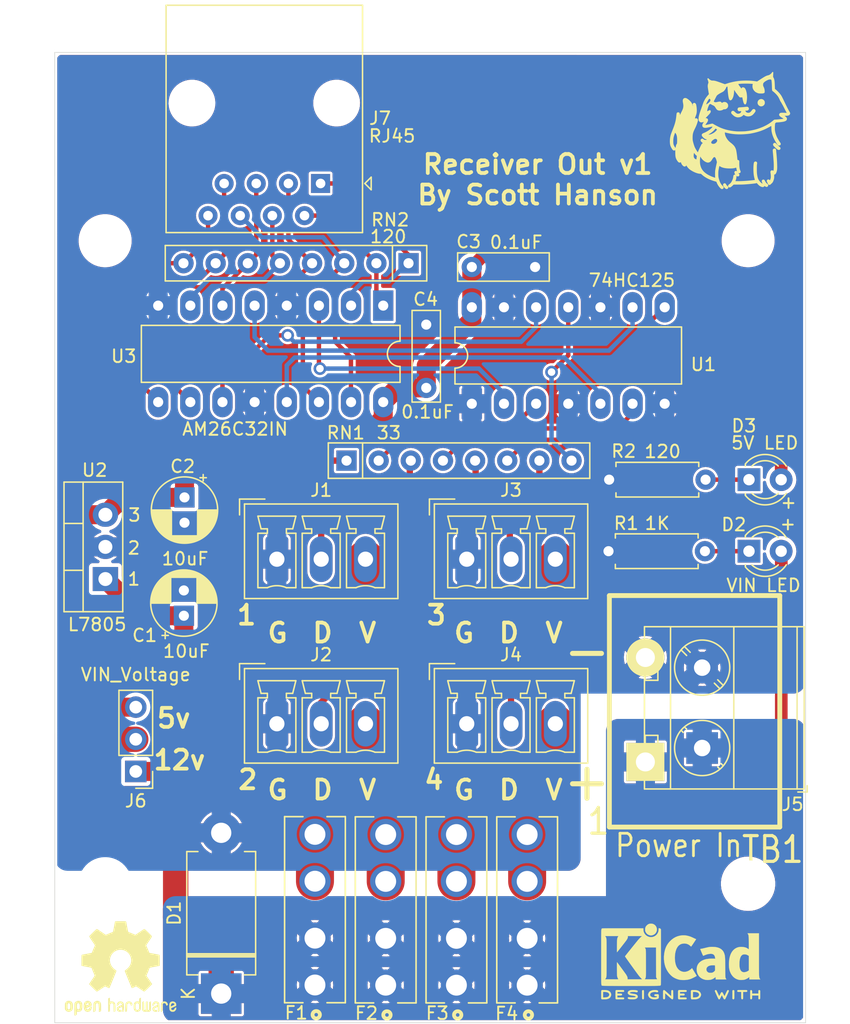
<source format=kicad_pcb>
(kicad_pcb (version 20211014) (generator pcbnew)
  (title_block (title "Receiver Out") (date "2019-12-31") (rev "v1") (company "Scott Hanson"))
  (layers (0 "F.Cu" signal) (31 "B.Cu" signal) (34 "B.Paste" user) (35 "F.Paste" user) (36 "B.SilkS" user "B.Silkscreen") (37 "F.SilkS" user "F.Silkscreen") (38 "B.Mask" user) (39 "F.Mask" user) (44 "Edge.Cuts" user))
  (net 0 "")
  (net 1 "GND")
  (net 2 "+5V")
  (net 3 "Net-(RN1-Pad4)")
  (net 4 "Net-(RN1-Pad2)")
  (net 5 "Net-(RN1-Pad8)")
  (net 6 "Net-(RN1-Pad6)")
  (net 7 "VIN1")
  (net 8 "OUT20")
  (net 9 "OUT19")
  (net 10 "OUT18")
  (net 11 "OUT17")
  (net 12 "Net-(D3-Pad1)")
  (net 13 "Net-(D2-Pad1)")
  (net 14 "/Outputs/VOUT1")
  (net 15 "/Outputs/VOUT2")
  (net 16 "/Outputs/VOUT3")
  (net 17 "/Outputs/VOUT4")
  (net 18 "/Outputs/DOUT1")
  (net 19 "/Outputs/DOUT2")
  (net 20 "/Outputs/DOUT3")
  (net 21 "/Outputs/DOUT4")
  (net 22 "/PWR")
  (net 23 "/Diff In/Serial4_N")
  (net 24 "/Diff In/Serial4_P")
  (net 25 "/Diff In/Serial2_N")
  (net 26 "/Diff In/Serial3_P")
  (net 27 "/Diff In/Serial3_N")
  (net 28 "/Diff In/Serial2_P")
  (net 29 "/Diff In/Serial1_N")
  (net 30 "/Diff In/Serial1_P")
  (footprint "Capacitor_THT:C_Rect_L7.0mm_W2.0mm_P5.00mm" (layer "F.Cu") (at 101.701 93.5178)
    (fp_text reference "C3" (at -0.25 -2) (layer "F.SilkS"))
    (fp_text value "0.1uF" (at 3.5 -1.95) (layer "F.SilkS"))
    (pad "1" thru_hole circle locked (at 0 0) (size 1.6 1.6) (drill 0.8) (layers *.Cu *.Mask) (net 2 "+5V"))
    (pad "2" thru_hole circle locked (at 5 0) (size 1.6 1.6) (drill 0.8) (layers *.Cu *.Mask) (net 1 "GND"))
  )
  (footprint "MountingHole:MountingHole_3.7mm" (layer "F.Cu") (at 72.731 142.2398)
    (fp_text reference "REF**")
    (fp_text value "MountingHole_3.7mm")
    (pad "" np_thru_hole circle locked (at 0 0) (size 3.7 3.7) (drill 3.7) (layers *.Cu *.Mask))
  )
  (footprint "MountingHole:MountingHole_3.7mm" (layer "F.Cu") (at 123.531 91.4398)
    (fp_text reference "REF**")
    (fp_text value "MountingHole_3.7mm")
    (pad "" np_thru_hole circle locked (at 0 0) (size 3.7 3.7) (drill 3.7) (layers *.Cu *.Mask))
  )
  (footprint "MountingHole:MountingHole_3.7mm" (layer "F.Cu") (at 72.731 91.4398)
    (fp_text reference "REF**")
    (fp_text value "MountingHole_3.7mm")
    (pad "" np_thru_hole circle locked (at 0 0) (size 3.7 3.7) (drill 3.7) (layers *.Cu *.Mask))
  )
  (footprint "Symbol:OSHW-Logo2_9.8x8mm_SilkScreen" (layer "F.Cu") (at 73.951 148.9178)
    (fp_text reference "REF**" hide)
    (fp_text value "OSHW-Logo2_9.8x8mm_SilkScreen" hide)
  )
  (footprint "Symbol:KiCad-Logo2_5mm_SilkScreen" (layer "F.Cu") (at 118.201 148.3678)
    (fp_text reference "REF**" hide)
    (fp_text value "KiCad-Logo2_5mm_SilkScreen" hide)
  )
  (footprint "TerminalBlock_MetzConnect:TerminalBlock_MetzConnect_Type701_RT11L02HGLU_1x02_P6.35mm_Horizontal" (layer "F.Cu") (at 119.901 131.5178 90)
    (fp_text reference "J5" (at -4.45 7.15 180) (layer "F.SilkS"))
    (fp_text value "Power In")
    (pad "1" thru_hole rect locked (at 0 0 90) (size 2.5 2.5) (drill 1.3) (layers *.Cu *.Mask) (net 7 "VIN1"))
    (pad "2" thru_hole circle locked (at 6.35 0 90) (size 2.5 2.5) (drill 1.3) (layers *.Cu *.Mask) (net 1 "GND"))
  )
  (footprint "Package_DIP:DIP-14_W7.62mm_LongPads" (layer "F.Cu") (at 101.701 104.3178 90)
    (fp_text reference "U1" (at 3.1 18.3) (layer "F.SilkS"))
    (fp_text value "74HC125" (at 9.75 12.65) (layer "F.SilkS"))
    (pad "1" thru_hole rect locked (at 0 0 90) (size 2.4 1.6) (drill 0.8) (layers *.Cu *.Mask) (net 1 "GND"))
    (pad "2" thru_hole oval locked (at 0 2.54 90) (size 2.4 1.6) (drill 0.8) (layers *.Cu *.Mask) (net 11 "OUT17"))
    (pad "3" thru_hole oval locked (at 0 5.08 90) (size 2.4 1.6) (drill 0.8) (layers *.Cu *.Mask) (net 4 "Net-(RN1-Pad2)"))
    (pad "4" thru_hole oval locked (at 0 7.62 90) (size 2.4 1.6) (drill 0.8) (layers *.Cu *.Mask) (net 1 "GND"))
    (pad "5" thru_hole oval locked (at 0 10.16 90) (size 2.4 1.6) (drill 0.8) (layers *.Cu *.Mask) (net 10 "OUT18"))
    (pad "6" thru_hole oval locked (at 0 12.7 90) (size 2.4 1.6) (drill 0.8) (layers *.Cu *.Mask) (net 3 "Net-(RN1-Pad4)"))
    (pad "7" thru_hole oval locked (at 0 15.24 90) (size 2.4 1.6) (drill 0.8) (layers *.Cu *.Mask) (net 1 "GND"))
    (pad "8" thru_hole oval locked (at 7.62 15.24 90) (size 2.4 1.6) (drill 0.8) (layers *.Cu *.Mask) (net 6 "Net-(RN1-Pad6)"))
    (pad "9" thru_hole oval locked (at 7.62 12.7 90) (size 2.4 1.6) (drill 0.8) (layers *.Cu *.Mask) (net 9 "OUT19"))
    (pad "10" thru_hole oval locked (at 7.62 10.16 90) (size 2.4 1.6) (drill 0.8) (layers *.Cu *.Mask) (net 1 "GND"))
    (pad "11" thru_hole oval locked (at 7.62 7.62 90) (size 2.4 1.6) (drill 0.8) (layers *.Cu *.Mask) (net 5 "Net-(RN1-Pad8)"))
    (pad "12" thru_hole oval locked (at 7.62 5.08 90) (size 2.4 1.6) (drill 0.8) (layers *.Cu *.Mask) (net 8 "OUT20"))
    (pad "13" thru_hole oval locked (at 7.62 2.54 90) (size 2.4 1.6) (drill 0.8) (layers *.Cu *.Mask) (net 1 "GND"))
    (pad "14" thru_hole oval locked (at 7.62 0 90) (size 2.4 1.6) (drill 0.8) (layers *.Cu *.Mask) (net 2 "+5V"))
  )
  (footprint "Connector_Phoenix_MC:PhoenixContact_MCV_1,5_3-G-3.5_1x03_P3.50mm_Vertical" (layer "F.Cu") (at 86.3 129.6)
    (fp_text reference "J2" (at 3.5 -5.45) (layer "F.SilkS"))
    (fp_text value "String2")
    (pad "1" thru_hole roundrect locked (at 0 0) (size 1.8 3.6) (drill 1.2) (layers *.Cu *.Mask) (roundrect_rratio 0.1388888889) (net 1 "GND"))
    (pad "2" thru_hole oval locked (at 3.5 0) (size 1.8 3.6) (drill 1.2) (layers *.Cu *.Mask) (net 19 "/Outputs/DOUT2"))
    (pad "3" thru_hole oval locked (at 7 0) (size 1.8 3.6) (drill 1.2) (layers *.Cu *.Mask) (net 15 "/Outputs/VOUT2"))
  )
  (footprint "Connector_Phoenix_MC:PhoenixContact_MCV_1,5_3-G-3.5_1x03_P3.50mm_Vertical" (layer "F.Cu") (at 101.3 129.6)
    (fp_text reference "J4" (at 3.5 -5.45) (layer "F.SilkS"))
    (fp_text value "String4")
    (pad "1" thru_hole roundrect locked (at 0 0) (size 1.8 3.6) (drill 1.2) (layers *.Cu *.Mask) (roundrect_rratio 0.1388888889) (net 1 "GND"))
    (pad "2" thru_hole oval locked (at 3.5 0) (size 1.8 3.6) (drill 1.2) (layers *.Cu *.Mask) (net 21 "/Outputs/DOUT4"))
    (pad "3" thru_hole oval locked (at 7 0) (size 1.8 3.6) (drill 1.2) (layers *.Cu *.Mask) (net 17 "/Outputs/VOUT4"))
  )
  (footprint "Connector_Phoenix_MC:PhoenixContact_MCV_1,5_3-G-3.5_1x03_P3.50mm_Vertical" (layer "F.Cu") (at 101.3 116.6)
    (fp_text reference "J3" (at 3.5 -5.45) (layer "F.SilkS"))
    (fp_text value "String3")
    (pad "1" thru_hole roundrect locked (at 0 0) (size 1.8 3.6) (drill 1.2) (layers *.Cu *.Mask) (roundrect_rratio 0.1388888889) (net 1 "GND"))
    (pad "2" thru_hole oval locked (at 3.5 0) (size 1.8 3.6) (drill 1.2) (layers *.Cu *.Mask) (net 20 "/Outputs/DOUT3"))
    (pad "3" thru_hole oval locked (at 7 0) (size 1.8 3.6) (drill 1.2) (layers *.Cu *.Mask) (net 16 "/Outputs/VOUT3"))
  )
  (footprint "Connector_Phoenix_MC:PhoenixContact_MCV_1,5_3-G-3.5_1x03_P3.50mm_Vertical" (layer "F.Cu") (at 86.3 116.6)
    (fp_text reference "J1" (at 3.5 -5.45) (layer "F.SilkS"))
    (fp_text value "String1")
    (pad "1" thru_hole roundrect locked (at 0 0) (size 1.8 3.6) (drill 1.2) (layers *.Cu *.Mask) (roundrect_rratio 0.1388888889) (net 1 "GND"))
    (pad "2" thru_hole oval locked (at 3.5 0) (size 1.8 3.6) (drill 1.2) (layers *.Cu *.Mask) (net 18 "/Outputs/DOUT1"))
    (pad "3" thru_hole oval locked (at 7 0) (size 1.8 3.6) (drill 1.2) (layers *.Cu *.Mask) (net 14 "/Outputs/VOUT1"))
  )
  (footprint "Barrier_Blocks:BARRIER_BLOCK_1ROW_2POS" (layer "F.Cu") (at 119.301 128.6178 90)
    (fp_text reference "TB1" (at -10.925 6.175 180) (layer "F.SilkS") (effects (font (size 2.032 1.778) (thickness 0.254))))
    (fp_text value "Power In")
    (fp_text user "${VALUE}" (at -10.6 -1.25 180) (layer "F.SilkS") (effects (font (size 1.778 1.524) (thickness 0.2159))))
    (fp_text user "1" (at -8.7 -7.6 180) (layer "F.SilkS") (effects (font (size 2.032 1.778) (thickness 0.254))))
    (pad "1" thru_hole rect locked (at -3.99796 -3.8862 90) (size 3 3) (drill 1.5) (layers *.Cu *.Mask "F.SilkS") (net 7 "VIN1"))
    (pad "2" thru_hole circle locked (at 4.25196 -3.8862 90) (size 3 3) (drill 1.5) (layers *.Cu *.Mask "F.SilkS") (net 1 "GND"))
  )
  (footprint "Resistor_THT:R_Array_SIP8" (layer "F.Cu") (at 91.801 108.8136)
    (fp_text reference "RN1" (at -0.0605 -2.1958 180) (layer "F.SilkS"))
    (fp_text value "33" (at 3.35 -2.1958) (layer "F.SilkS"))
    (pad "1" thru_hole rect locked (at 0 0) (size 1.6 1.6) (drill 0.8) (layers *.Cu *.Mask) (net 18 "/Outputs/DOUT1"))
    (pad "2" thru_hole oval locked (at 2.54 0) (size 1.6 1.6) (drill 0.8) (layers *.Cu *.Mask) (net 4 "Net-(RN1-Pad2)"))
    (pad "3" thru_hole oval locked (at 5.08 0) (size 1.6 1.6) (drill 0.8) (layers *.Cu *.Mask) (net 19 "/Outputs/DOUT2"))
    (pad "4" thru_hole oval locked (at 7.62 0) (size 1.6 1.6) (drill 0.8) (layers *.Cu *.Mask) (net 3 "Net-(RN1-Pad4)"))
    (pad "5" thru_hole oval locked (at 10.16 0) (size 1.6 1.6) (drill 0.8) (layers *.Cu *.Mask) (net 20 "/Outputs/DOUT3"))
    (pad "6" thru_hole oval locked (at 12.7 0) (size 1.6 1.6) (drill 0.8) (layers *.Cu *.Mask) (net 6 "Net-(RN1-Pad6)"))
    (pad "7" thru_hole oval locked (at 15.24 0) (size 1.6 1.6) (drill 0.8) (layers *.Cu *.Mask) (net 21 "/Outputs/DOUT4"))
    (pad "8" thru_hole oval locked (at 17.78 0) (size 1.6 1.6) (drill 0.8) (layers *.Cu *.Mask) (net 5 "Net-(RN1-Pad8)"))
  )
  (footprint "Keystone_Fuse:FUSE_3544-2" (layer "F.Cu") (at 94.897 144.3036 90)
    (fp_text reference "F2" (at -8.1642 -1.521 180) (layer "F.SilkS"))
    (fp_text value "3544-2")
    (pad "1_1" thru_hole circle locked (at -5.95 0 90) (size 2.475 2.475) (drill 1.65) (layers *.Cu *.Mask) (net 7 "VIN1"))
    (pad "1_2" thru_hole circle locked (at -2.25 0 90) (size 2.475 2.475) (drill 1.65) (layers *.Cu *.Mask) (net 7 "VIN1"))
    (pad "2_1" thru_hole circle locked (at 2.25 0 90) (size 2.475 2.475) (drill 1.65) (layers *.Cu *.Mask) (net 15 "/Outputs/VOUT2"))
    (pad "2_2" thru_hole circle locked (at 5.95 0 90) (size 2.475 2.475) (drill 1.65) (layers *.Cu *.Mask) (net 15 "/Outputs/VOUT2"))
  )
  (footprint "Keystone_Fuse:FUSE_3544-2" (layer "F.Cu") (at 106.073 144.3036 90)
    (fp_text reference "F4" (at -8.1892 -1.622 180) (layer "F.SilkS"))
    (fp_text value "3544-2")
    (pad "1_1" thru_hole circle locked (at -5.95 0 90) (size 2.475 2.475) (drill 1.65) (layers *.Cu *.Mask) (net 7 "VIN1"))
    (pad "1_2" thru_hole circle locked (at -2.25 0 90) (size 2.475 2.475) (drill 1.65) (layers *.Cu *.Mask) (net 7 "VIN1"))
    (pad "2_1" thru_hole circle locked (at 2.25 0 90) (size 2.475 2.475) (drill 1.65) (layers *.Cu *.Mask) (net 17 "/Outputs/VOUT4"))
    (pad "2_2" thru_hole circle locked (at 5.95 0 90) (size 2.475 2.475) (drill 1.65) (layers *.Cu *.Mask) (net 17 "/Outputs/VOUT4"))
  )
  (footprint "Keystone_Fuse:FUSE_3544-2" (layer "F.Cu") (at 89.309 144.2886 90)
    (fp_text reference "F1" (at -8.1542 -1.483 180) (layer "F.SilkS"))
    (fp_text value "3544-2")
    (pad "1_1" thru_hole circle locked (at -5.95 0 90) (size 2.475 2.475) (drill 1.65) (layers *.Cu *.Mask) (net 7 "VIN1"))
    (pad "1_2" thru_hole circle locked (at -2.25 0 90) (size 2.475 2.475) (drill 1.65) (layers *.Cu *.Mask) (net 7 "VIN1"))
    (pad "2_1" thru_hole circle locked (at 2.25 0 90) (size 2.475 2.475) (drill 1.65) (layers *.Cu *.Mask) (net 14 "/Outputs/VOUT1"))
    (pad "2_2" thru_hole circle locked (at 5.95 0 90) (size 2.475 2.475) (drill 1.65) (layers *.Cu *.Mask) (net 14 "/Outputs/VOUT1"))
  )
  (footprint "Keystone_Fuse:FUSE_3544-2" (layer "F.Cu") (at 100.485 144.3036 90)
    (fp_text reference "F3" (at -8.1642 -1.509 180) (layer "F.SilkS"))
    (fp_text value "3544-2")
    (pad "1_1" thru_hole circle locked (at -5.95 0 90) (size 2.475 2.475) (drill 1.65) (layers *.Cu *.Mask) (net 7 "VIN1"))
    (pad "1_2" thru_hole circle locked (at -2.25 0 90) (size 2.475 2.475) (drill 1.65) (layers *.Cu *.Mask) (net 7 "VIN1"))
    (pad "2_1" thru_hole circle locked (at 2.25 0 90) (size 2.475 2.475) (drill 1.65) (layers *.Cu *.Mask) (net 16 "/Outputs/VOUT3"))
    (pad "2_2" thru_hole circle locked (at 5.95 0 90) (size 2.475 2.475) (drill 1.65) (layers *.Cu *.Mask) (net 16 "/Outputs/VOUT3"))
  )
  (footprint "Capacitor_THT:CP_Radial_D5.0mm_P2.00mm" (layer "F.Cu") (at 78.951 121.0678 90)
    (fp_text reference "C1" (at -1.55 -3.1 180) (layer "F.SilkS"))
    (fp_text value "10uF" (at -2.8 0.2 180) (layer "F.SilkS"))
    (pad "1" thru_hole rect locked (at 0 0 90) (size 1.6 1.6) (drill 0.8) (layers *.Cu *.Mask) (net 22 "/PWR"))
    (pad "2" thru_hole circle locked (at 2 0 90) (size 1.6 1.6) (drill 0.8) (layers *.Cu *.Mask) (net 1 "GND"))
  )
  (footprint "Capacitor_THT:C_Rect_L7.0mm_W2.0mm_P5.00mm" (layer "F.Cu") (at 98.101 103.0678 90)
    (fp_text reference "C4" (at 7 -0.05 180) (layer "F.SilkS"))
    (fp_text value "0.1uF" (at -1.9 0.1 180) (layer "F.SilkS"))
    (pad "1" thru_hole circle locked (at 0 0 90) (size 1.6 1.6) (drill 0.8) (layers *.Cu *.Mask) (net 2 "+5V"))
    (pad "2" thru_hole circle locked (at 5 0 90) (size 1.6 1.6) (drill 0.8) (layers *.Cu *.Mask) (net 1 "GND"))
  )
  (footprint "Connector_PinHeader_2.54mm:PinHeader_1x03_P2.54mm_Vertical" (layer "F.Cu") (at 75.151 133.3678 180)
    (fp_text reference "J6" (at 0 -2.33) (layer "F.SilkS"))
    (fp_text value "VIN_Voltage" (at 0 7.65) (layer "F.SilkS"))
    (pad "1" thru_hole rect locked (at 0 0 180) (size 1.7 1.7) (drill 1) (layers *.Cu *.Mask) (net 22 "/PWR"))
    (pad "2" thru_hole oval locked (at 0 2.54 180) (size 1.7 1.7) (drill 1) (layers *.Cu *.Mask) (net 7 "VIN1"))
    (pad "3" thru_hole oval locked (at 0 5.08 180) (size 1.7 1.7) (drill 1) (layers *.Cu *.Mask) (net 2 "+5V"))
  )
  (footprint "Resistor_THT:R_Array_SIP8" (layer "F.Cu") (at 96.701 93.2178 180)
    (fp_text reference "RN2" (at 1.45 3.425) (layer "F.SilkS"))
    (fp_text value "120" (at 1.6 2.1) (layer "F.SilkS"))
    (pad "1" thru_hole rect locked (at 0 0 180) (size 1.6 1.6) (drill 0.8) (layers *.Cu *.Mask) (net 30 "/Diff In/Serial1_P"))
    (pad "2" thru_hole oval locked (at 2.54 0 180) (size 1.6 1.6) (drill 0.8) (layers *.Cu *.Mask) (net 29 "/Diff In/Serial1_N"))
    (pad "3" thru_hole oval locked (at 5.08 0 180) (size 1.6 1.6) (drill 0.8) (layers *.Cu *.Mask) (net 25 "/Diff In/Serial2_N"))
    (pad "4" thru_hole oval locked (at 7.62 0 180) (size 1.6 1.6) (drill 0.8) (layers *.Cu *.Mask) (net 28 "/Diff In/Serial2_P"))
    (pad "5" thru_hole oval locked (at 10.16 0 180) (size 1.6 1.6) (drill 0.8) (layers *.Cu *.Mask) (net 27 "/Diff In/Serial3_N"))
    (pad "6" thru_hole oval locked (at 12.7 0 180) (size 1.6 1.6) (drill 0.8) (layers *.Cu *.Mask) (net 26 "/Diff In/Serial3_P"))
    (pad "7" thru_hole oval locked (at 15.24 0 180) (size 1.6 1.6) (drill 0.8) (layers *.Cu *.Mask) (net 24 "/Diff In/Serial4_P"))
    (pad "8" thru_hole oval locked (at 17.78 0 180) (size 1.6 1.6) (drill 0.8) (layers *.Cu *.Mask) (net 23 "/Diff In/Serial4_N"))
  )
  (footprint "Package_TO_SOT_THT:TO-220-3_Vertical" (layer "F.Cu") (at 72.751 118.1678 90)
    (fp_text reference "U2" (at 8.6 -0.85 180) (layer "F.SilkS"))
    (fp_text value "L7805" (at -3.6 -0.65 180) (layer "F.SilkS"))
    (pad "1" thru_hole rect locked (at 0 0 90) (size 1.905 2) (drill 1.1) (layers *.Cu *.Mask) (net 22 "/PWR"))
    (pad "2" thru_hole oval locked (at 2.54 0 90) (size 1.905 2) (drill 1.1) (layers *.Cu *.Mask) (net 1 "GND"))
    (pad "3" thru_hole oval locked (at 5.08 0 90) (size 1.905 2) (drill 1.1) (layers *.Cu *.Mask) (net 2 "+5V"))
  )
  (footprint "Capacitor_THT:CP_Radial_D5.0mm_P2.00mm" (layer "F.Cu") (at 79.001 111.7178 -90)
    (fp_text reference "C2" (at -2.45 0.15 180) (layer "F.SilkS"))
    (fp_text value "10uF" (at 4.85 -0.05 180) (layer "F.SilkS"))
    (pad "1" thru_hole rect locked (at 0 0 270) (size 1.6 1.6) (drill 0.8) (layers *.Cu *.Mask) (net 2 "+5V"))
    (pad "2" thru_hole circle locked (at 2 0 270) (size 1.6 1.6) (drill 0.8) (layers *.Cu *.Mask) (net 1 "GND"))
  )
  (footprint "Diode_THT:D_DO-201AD_P12.70mm_Horizontal" (layer "F.Cu") (at 81.901 150.9178 90)
    (fp_text reference "D1" (at 6.35 -3.72 90) (layer "F.SilkS"))
    (fp_text value "SB5100-T")
    (fp_text user "K" (at 0 -2.6 90) (layer "F.SilkS"))
    (pad "1" thru_hole rect locked (at 0 0 90) (size 3.2 3.2) (drill 1.6) (layers *.Cu *.Mask) (net 7 "VIN1"))
    (pad "2" thru_hole oval locked (at 12.7 0 90) (size 3.2 3.2) (drill 1.6) (layers *.Cu *.Mask) (net 1 "GND"))
  )
  (footprint "Resistor_THT:R_Axial_DIN0207_L6.3mm_D2.5mm_P7.62mm_Horizontal" (layer "F.Cu") (at 112.501 115.9678)
    (fp_text reference "R1" (at 1.4 -2.2) (layer "F.SilkS"))
    (fp_text value "1K" (at 3.85 -2.2) (layer "F.SilkS"))
    (pad "1" thru_hole circle locked (at 0 0) (size 1.6 1.6) (drill 0.8) (layers *.Cu *.Mask) (net 1 "GND"))
    (pad "2" thru_hole oval locked (at 7.62 0) (size 1.6 1.6) (drill 0.8) (layers *.Cu *.Mask) (net 13 "Net-(D2-Pad1)"))
  )
  (footprint "LED_THT:LED_D3.0mm_Clear" (layer "F.Cu") (at 123.601 110.3178)
    (fp_text reference "D3" (at -0.4 -4.25) (layer "F.SilkS"))
    (fp_text value "5V LED" (at 1.25 -2.9 180) (layer "F.SilkS"))
    (pad "1" thru_hole rect locked (at 0 0) (size 1.8 1.8) (drill 0.9) (layers *.Cu *.Mask) (net 12 "Net-(D3-Pad1)"))
    (pad "2" thru_hole circle locked (at 2.54 0) (size 1.8 1.8) (drill 0.9) (layers *.Cu *.Mask) (net 2 "+5V"))
  )
  (footprint "Resistor_THT:R_Axial_DIN0207_L6.3mm_D2.5mm_P7.62mm_Horizontal" (layer "F.Cu") (at 112.551 110.3178)
    (fp_text reference "R2" (at 1.15 -2.25) (layer "F.SilkS"))
    (fp_text value "120" (at 4.226 -2.224) (layer "F.SilkS"))
    (pad "1" thru_hole circle locked (at 0 0) (size 1.6 1.6) (drill 0.8) (layers *.Cu *.Mask) (net 1 "GND"))
    (pad "2" thru_hole oval locked (at 7.62 0) (size 1.6 1.6) (drill 0.8) (layers *.Cu *.Mask) (net 12 "Net-(D3-Pad1)"))
  )
  (footprint "LED_THT:LED_D3.0mm_Clear" (layer "F.Cu") (at 123.601 115.9678)
    (fp_text reference "D2" (at -1.2 -2.1) (layer "F.SilkS"))
    (fp_text value "VIN LED" (at 1.15 2.7) (layer "F.SilkS"))
    (pad "1" thru_hole rect locked (at 0 0) (size 1.8 1.8) (drill 0.9) (layers *.Cu *.Mask) (net 13 "Net-(D2-Pad1)"))
    (pad "2" thru_hole circle locked (at 2.54 0) (size 1.8 1.8) (drill 0.9) (layers *.Cu *.Mask) (net 7 "VIN1"))
  )
  (footprint "Connector_RJ:RJ45_Amphenol_54602-x08_Horizontal" (layer "F.Cu") (at 89.751 86.9178 180)
    (fp_text reference "J7" (at -4.7 5.15) (layer "F.SilkS"))
    (fp_text value "RJ45" (at -5.65 3.75) (layer "F.SilkS"))
    (pad "" np_thru_hole circle locked (at -1.27 6.35 180) (size 3.2 3.2) (drill 3.2) (layers *.Cu *.Mask))
    (pad "" np_thru_hole circle locked (at 10.16 6.35 180) (size 3.2 3.2) (drill 3.2) (layers *.Cu *.Mask))
    (pad "1" thru_hole rect locked (at 0 0 180) (size 1.5 1.5) (drill 0.76) (layers *.Cu *.Mask) (net 30 "/Diff In/Serial1_P"))
    (pad "2" thru_hole circle locked (at 1.27 -2.54 180) (size 1.5 1.5) (drill 0.76) (layers *.Cu *.Mask) (net 29 "/Diff In/Serial1_N"))
    (pad "3" thru_hole circle locked (at 2.54 0 180) (size 1.5 1.5) (drill 0.76) (layers *.Cu *.Mask) (net 28 "/Diff In/Serial2_P"))
    (pad "4" thru_hole circle locked (at 3.81 -2.54 180) (size 1.5 1.5) (drill 0.76) (layers *.Cu *.Mask) (net 27 "/Diff In/Serial3_N"))
    (pad "5" thru_hole circle locked (at 5.08 0 180) (size 1.5 1.5) (drill 0.76) (layers *.Cu *.Mask) (net 26 "/Diff In/Serial3_P"))
    (pad "6" thru_hole circle locked (at 6.35 -2.54 180) (size 1.5 1.5) (drill 0.76) (layers *.Cu *.Mask) (net 25 "/Diff In/Serial2_N"))
    (pad "7" thru_hole circle locked (at 7.62 0 180) (size 1.5 1.5) (drill 0.76) (layers *.Cu *.Mask) (net 24 "/Diff In/Serial4_P"))
    (pad "8" thru_hole circle locked (at 8.89 -2.54 180) (size 1.5 1.5) (drill 0.76) (layers *.Cu *.Mask) (net 23 "/Diff In/Serial4_N"))
  )
  (footprint "Package_DIP:DIP-16_W7.62mm_LongPads" (layer "F.Cu") (at 94.701 96.5678 -90)
    (fp_text reference "U3" (at 4 20.5 180) (layer "F.SilkS"))
    (fp_text value "AM26C32IN" (at 9.75 11.7 180) (layer "F.SilkS"))
    (pad "1" thru_hole rect locked (at 0 0 270) (size 2.4 1.6) (drill 0.8) (layers *.Cu *.Mask) (net 29 "/Diff In/Serial1_N"))
    (pad "2" thru_hole oval locked (at 0 2.54 270) (size 2.4 1.6) (drill 0.8) (layers *.Cu *.Mask) (net 30 "/Diff In/Serial1_P"))
    (pad "3" thru_hole oval locked (at 0 5.08 270) (size 2.4 1.6) (drill 0.8) (layers *.Cu *.Mask) (net 11 "OUT17"))
    (pad "4" thru_hole oval locked (at 0 7.62 270) (size 2.4 1.6) (drill 0.8) (layers *.Cu *.Mask) (net 1 "GND"))
    (pad "5" thru_hole oval locked (at 0 10.16 270) (size 2.4 1.6) (drill 0.8) (layers *.Cu *.Mask) (net 9 "OUT19"))
    (pad "6" thru_hole oval locked (at 0 12.7 270) (size 2.4 1.6) (drill 0.8) (layers *.Cu *.Mask) (net 26 "/Diff In/Serial3_P"))
    (pad "7" thru_hole oval locked (at 0 15.24 270) (size 2.4 1.6) (drill 0.8) (layers *.Cu *.Mask) (net 27 "/Diff In/Serial3_N"))
    (pad "8" thru_hole oval locked (at 0 17.78 270) (size 2.4 1.6) (drill 0.8) (layers *.Cu *.Mask) (net 1 "GND"))
    (pad "9" thru_hole oval locked (at 7.62 17.78 270) (size 2.4 1.6) (drill 0.8) (layers *.Cu *.Mask) (net 23 "/Diff In/Serial4_N"))
    (pad "10" thru_hole oval locked (at 7.62 15.24 270) (size 2.4 1.6) (drill 0.8) (layers *.Cu *.Mask) (net 24 "/Diff In/Serial4_P"))
    (pad "11" thru_hole oval locked (at 7.62 12.7 270) (size 2.4 1.6) (drill 0.8) (layers *.Cu *.Mask) (net 8 "OUT20"))
    (pad "12" thru_hole oval locked (at 7.62 10.16 270) (size 2.4 1.6) (drill 0.8) (layers *.Cu *.Mask) (net 1 "GND"))
    (pad "13" thru_hole oval locked (at 7.62 7.62 270) (size 2.4 1.6) (drill 0.8) (layers *.Cu *.Mask) (net 10 "OUT18"))
    (pad "14" thru_hole oval locked (at 7.62 5.08 270) (size 2.4 1.6) (drill 0.8) (layers *.Cu *.Mask) (net 28 "/Diff In/Serial2_P"))
    (pad "15" thru_hole oval locked (at 7.62 2.54 270) (size 2.4 1.6) (drill 0.8) (layers *.Cu *.Mask) (net 25 "/Diff In/Serial2_N"))
    (pad "16" thru_hole oval locked (at 7.62 0 270) (size 2.4 1.6) (drill 0.8) (layers *.Cu *.Mask) (net 2 "+5V"))
  )
  (footprint "Scotts:chewi_15" (layer "F.Cu") (at 121.891 81.5778)
    (fp_text reference "G***")
    (fp_text value "LOGO" hide)
  )
  (footprint "MountingHole:MountingHole_3.7mm" (layer "F.Cu") (at 123.531 142.2398)
    (fp_text reference "REF**")
    (fp_text value "MountingHole_3.7mm")
    (pad "" np_thru_hole circle locked (at 0 0) (size 3.7 3.7) (drill 3.7) (layers *.Cu *.Mask))
  )
  (gr_line (start 68.745 76.5658) (end 68.751 153.2178) (layer "Edge.Cuts") (width 0.05))
  (gr_line (start 68.745 76.5658) (end 128.076 76.5678) (layer "Edge.Cuts") (width 0.05))
  (gr_line (start 128.076 153.2178) (end 128.076 76.5678) (layer "Edge.Cuts") (width 0.05))
  (gr_line (start 128.076 153.2178) (end 68.751 153.2178) (layer "Edge.Cuts") (width 0.05))
  (gr_text "V" (at 108.198 134.828) (layer "F.SilkS") (effects (font (size 1.5 1.5) (thickness 0.3))))
  (gr_text "D" (at 104.642 134.828) (layer "F.SilkS") (effects (font (size 1.5 1.5) (thickness 0.3))))
  (gr_text "V" (at 93.466 122.428) (layer "F.SilkS") (effects (font (size 1.5 1.5) (thickness 0.3))))
  (gr_text "G" (at 86.354 134.828) (layer "F.SilkS") (effects (font (size 1.5 1.5) (thickness 0.3))))
  (gr_text "G" (at 101.086 122.428) (layer "F.SilkS") (effects (font (size 1.5 1.5) (thickness 0.3))))
  (gr_text "-" (at 110.801 123.8178) (layer "F.SilkS") (effects (font (size 3 3) (thickness 0.4))))
  (gr_text "V" (at 93.466 134.828) (layer "F.SilkS") (effects (font (size 1.5 1.5) (thickness 0.3))))
  (gr_text "3" (at 98.901 121.0178) (layer "F.SilkS") (effects (font (size 1.5 1.5) (thickness 0.3))))
  (gr_text "G" (at 86.354 122.428) (layer "F.SilkS") (effects (font (size 1.5 1.5) (thickness 0.3))))
  (gr_text "1" (at 83.901 121.0178) (layer "F.SilkS") (effects (font (size 1.5 1.5) (thickness 0.3))))
  (gr_text "G" (at 101.086 134.828) (layer "F.SilkS") (effects (font (size 1.5 1.5) (thickness 0.3))))
  (gr_text "V" (at 108.198 122.428) (layer "F.SilkS") (effects (font (size 1.5 1.5) (thickness 0.3))))
  (gr_text "D" (at 104.642 122.428) (layer "F.SilkS") (effects (font (size 1.5 1.5) (thickness 0.3))))
  (gr_text "D" (at 89.91 122.428) (layer "F.SilkS") (effects (font (size 1.5 1.5) (thickness 0.3))))
  (gr_text "D" (at 89.91 134.828) (layer "F.SilkS") (effects (font (size 1.5 1.5) (thickness 0.3))))
  (gr_text "2" (at 84.001 134.0178) (layer "F.SilkS") (effects (font (size 1.5 1.5) (thickness 0.3))))
  (gr_text "+" (at 110.801 134.1178) (layer "F.SilkS") (effects (font (size 3 3) (thickness 0.4))))
  (gr_text "4" (at 98.701 134.0178) (layer "F.SilkS") (effects (font (size 1.5 1.5) (thickness 0.3))))
  (gr_text "Receiver Out v1\nBy Scott Hanson" (at 106.901 86.6178) (layer "F.SilkS") (effects (font (size 1.5 1.5) (thickness 0.3))))
  (gr_text "+" (at 126.601 113.8678 90) (layer "F.SilkS") (effects (font (size 1 1))))
  (gr_text "+" (at 126.651 112.1678 90) (layer "F.SilkS") (effects (font (size 1 1))))
  (gr_text "5v" (at 78.151 129.1678) (layer "F.SilkS") (effects (font (size 1.5 1.5) (thickness 0.3))))
  (gr_text "3" (at 75.051 113.1178) (layer "F.SilkS") (effects (font (size 1 1))))
  (gr_text "1" (at 75.001 118.1678) (layer "F.SilkS") (effects (font (size 1 1))))
  (gr_text "2" (at 75.001 115.7178) (layer "F.SilkS") (effects (font (size 1 1))))
  (gr_text "12v" (at 78.601 132.4678) (layer "F.SilkS") (effects (font (size 1.5 1.5) (thickness 0.3))))
  (segment (start 126.141 109.045008) (end 126.141 110.3178) (width 1) (layer "F.Cu") (net 2))
  (segment (start 70.701 113.0678) (end 70.151 113.6178) (width 1.5) (layer "F.Cu") (net 2))
  (segment (start 94.701 104.1878) (end 94.701 105.4678) (width 1.5) (layer "F.Cu") (net 2))
  (segment (start 98.101 103.0678) (end 95.821 103.0678) (width 1.5) (layer "F.Cu") (net 2))
  (segment (start 72.751 113.0878) (end 70.721 113.0878) (width 1.5) (layer "F.Cu") (net 2))
  (segment (start 74.221 111.7178) (end 79.001 111.7178) (width 1.5) (layer "F.Cu") (net 2))
  (segment (start 70.721 113.0878) (end 70.701 113.0678) (width 1.5) (layer "F.Cu") (net 2))
  (segment (start 101.701 96.6978) (end 101.701 97.7178) (width 1.5) (layer "F.Cu") (net 2))
  (segment (start 79.001 109.4178) (end 79.001 111.7178) (width 1.5) (layer "F.Cu") (net 2))
  (segment (start 93.401 106.7678) (end 81.001 106.7678) (width 1.5) (layer "F.Cu") (net 2))
  (segment (start 72.751 113.0878) (end 74.171 111.6678) (width 1.5) (layer "F.Cu") (net 2))
  (segment (start 115.201 91.3678) (end 119.801 95.9678) (width 1) (layer "F.Cu") (net 2))
  (segment (start 72.271 128.2878) (end 75.151 128.2878) (width 1.5) (layer "F.Cu") (net 2))
  (segment (start 101.701 97.7178) (end 98.101 101.3178) (width 1.5) (layer "F.Cu") (net 2))
  (segment (start 74.171 111.6678) (end 74.221 111.7178) (width 1.5) (layer "F.Cu") (net 2))
  (segment (start 70.151 113.6178) (end 70.151 126.1678) (width 1.5) (layer "F.Cu") (net 2))
  (segment (start 119.801 102.105008) (end 126.141 108.445008) (width 1) (layer "F.Cu") (net 2))
  (segment (start 70.151 126.1678) (end 72.271 128.2878) (width 1.5) (layer "F.Cu") (net 2))
  (segment (start 81.001 106.7678) (end 79.001 108.7678) (width 1.5) (layer "F.Cu") (net 2))
  (segment (start 95.821 103.0678) (end 94.701 104.1878) (width 1.5) (layer "F.Cu") (net 2))
  (segment (start 103.851 91.3678) (end 115.201 91.3678) (width 1) (layer "F.Cu") (net 2))
  (segment (start 126.141 108.445008) (end 126.141 109.045008) (width 1) (layer "F.Cu") (net 2))
  (segment (start 98.101 101.3178) (end 98.101 103.0678) (width 1.5) (layer "F.Cu") (net 2))
  (segment (start 119.801 95.9678) (end 119.801 102.105008) (width 1) (layer "F.Cu") (net 2))
  (segment (start 94.701 105.4678) (end 93.401 106.7678) (width 1.5) (layer "F.Cu") (net 2))
  (segment (start 101.701 93.5178) (end 103.851 91.3678) (width 1) (layer "F.Cu") (net 2))
  (segment (start 79.001 108.7678) (end 79.001 109.4178) (width 1.5) (layer "F.Cu") (net 2))
  (segment (start 101.701 96.6978) (end 101.701 93.5178) (width 1.5) (layer "F.Cu") (net 2))
  (segment (start 105.050989 107.167811) (end 105.951 106.2678) (width 0.35) (layer "F.Cu") (net 3))
  (segment (start 99.421 108.8136) (end 101.066789 107.167811) (width 0.35) (layer "F.Cu") (net 3))
  (segment (start 105.951 106.2678) (end 113.201 106.2678) (width 0.35) (layer "F.Cu") (net 3))
  (segment (start 114.401 105.0678) (end 114.401 103.5178) (width 0.35) (layer "F.Cu") (net 3))
  (segment (start 101.066789 107.167811) (end 105.050989 107.167811) (width 0.35) (layer "F.Cu") (net 3))
  (segment (start 113.201 106.2678) (end 114.401 105.0678) (width 0.35) (layer "F.Cu") (net 3))
  (segment (start 94.341 108.8136) (end 96.7368 106.4178) (width 0.35) (layer "F.Cu") (net 4))
  (segment (start 104.681 106.4178) (end 106.781 104.3178) (width 0.35) (layer "F.Cu") (net 4))
  (segment (start 96.7368 106.4178) (end 104.681 106.4178) (width 0.35) (layer "F.Cu") (net 4))
  (segment (start 109.321 96.6978) (end 109.321 100.4978) (width 0.35) (layer "F.Cu") (net 5))
  (segment (start 109.321 100.4978) (end 108.001 101.8178) (width 0.35) (layer "F.Cu") (net 5))
  (segment (start 109.321 96.6978) (end 109.321 95.6978) (width 0.35) (layer "F.Cu") (net 5))
  (via (at 108.001 101.8178) (size 1) (drill 0.6) (layers "F.Cu" "B.Cu") (net 5))
  (segment (start 108.001 107.2336) (end 109.581 108.8136) (width 0.35) (layer "B.Cu") (net 5))
  (segment (start 108.001 101.8178) (end 108.001 107.2336) (width 0.35) (layer "B.Cu") (net 5))
  (segment (start 115.651 105.3678) (end 115.651 97.9878) (width 0.35) (layer "F.Cu") (net 6))
  (segment (start 113.850989 107.167811) (end 115.651 105.3678) (width 0.35) (layer "F.Cu") (net 6))
  (segment (start 104.501 108.8136) (end 106.146789 107.167811) (width 0.35) (layer "F.Cu") (net 6))
  (segment (start 106.146789 107.167811) (end 113.850989 107.167811) (width 0.35) (layer "F.Cu") (net 6))
  (segment (start 115.651 97.9878) (end 116.941 96.6978) (width 0.35) (layer "F.Cu") (net 6))
  (segment (start 75.151 130.8278) (end 72.851 130.8278) (width 2) (layer "F.Cu") (net 7))
  (segment (start 81.901 148.4678) (end 81.901 150.9178) (width 2) (layer "F.Cu") (net 7))
  (segment (start 78.301 140.6678) (end 78.301 144.8678) (width 2) (layer "F.Cu") (net 7))
  (segment (start 126.151 115.9778) (end 126.151 131.2178) (width 1) (layer "F.Cu") (net 7))
  (segment (start 126.151 131.2178) (end 125.851 131.5178) (width 1) (layer "F.Cu") (net 7))
  (segment (start 126.141 115.9678) (end 126.151 115.9778) (width 1) (layer "F.Cu") (net 7))
  (segment (start 72.851 130.8278) (end 72.851 135.2178) (width 2) (layer "F.Cu") (net 7))
  (segment (start 78.301 144.8678) (end 81.901 148.4678) (width 2) (layer "F.Cu") (net 7))
  (segment (start 125.851 131.5178) (end 119.901 131.5178) (width 1) (layer "F.Cu") (net 7))
  (segment (start 72.851 135.2178) (end 78.301 140.6678) (width 2) (layer "F.Cu") (net 7))
  (segment (start 82.001 102.6378) (end 85.721 98.9178) (width 0.35) (layer "F.Cu") (net 8))
  (segment (start 82.001 104.1878) (end 82.001 102.6378) (width 0.35) (layer "F.Cu") (net 8))
  (segment (start 85.721 98.9178) (end 87.151 98.9178) (width 0.35) (layer "F.Cu") (net 8))
  (via (at 87.151 98.9178) (size 1) (drill 0.6) (layers "F.Cu" "B.Cu") (net 8))
  (segment (start 105.611001 99.417799) (end 87.650999 99.417799) (width 0.35) (layer "B.Cu") (net 8))
  (segment (start 87.650999 99.417799) (end 87.151 98.9178) (width 0.35) (layer "B.Cu") (net 8))
  (segment (start 106.781 96.6978) (end 106.781 98.2478) (width 0.35) (layer "B.Cu") (net 8))
  (segment (start 106.781 98.2478) (end 105.611001 99.417799) (width 0.35) (layer "B.Cu") (net 8))
  (segment (start 114.401 96.6978) (end 114.401 98.2478) (width 0.35) (layer "B.Cu") (net 9))
  (segment (start 112.531 100.1178) (end 85.601 100.1178) (width 0.35) (layer "B.Cu") (net 9))
  (segment (start 84.541 98.1178) (end 84.541 96.5678) (width 0.35) (layer "B.Cu") (net 9))
  (segment (start 114.401 98.2478) (end 112.531 100.1178) (width 0.35) (layer "B.Cu") (net 9))
  (segment (start 84.541 99.0578) (end 84.541 98.1178) (width 0.35) (layer "B.Cu") (net 9))
  (segment (start 85.601 100.1178) (end 84.541 99.0578) (width 0.35) (layer "B.Cu") (net 9))
  (segment (start 109.011011 100.667811) (end 111.861 103.5178) (width 0.35) (layer "B.Cu") (net 10))
  (segment (start 87.081 101.2878) (end 87.700989 100.667811) (width 0.35) (layer "B.Cu") (net 10))
  (segment (start 87.081 104.1878) (end 87.081 101.2878) (width 0.35) (layer "B.Cu") (net 10))
  (segment (start 87.700989 100.667811) (end 109.011011 100.667811) (width 0.35) (layer "B.Cu") (net 10))
  (segment (start 89.621 96.5678) (end 89.621 101.462821) (width 0.35) (layer "F.Cu") (net 11))
  (segment (start 89.621 101.462821) (end 89.701 101.542821) (width 0.35) (layer "F.Cu") (net 11))
  (via (at 89.701 101.542821) (size 1) (drill 0.6) (layers "F.Cu" "B.Cu") (net 11))
  (segment (start 90.408106 101.542821) (end 89.701 101.542821) (width 0.35) (layer "B.Cu") (net 11))
  (segment (start 102.266021 101.542821) (end 90.408106 101.542821) (width 0.35) (layer "B.Cu") (net 11))
  (segment (start 104.241 103.5178) (end 102.266021 101.542821) (width 0.35) (layer "B.Cu") (net 11))
  (segment (start 120.171 110.3178) (end 123.601 110.3178) (width 0.35) (layer "F.Cu") (net 12))
  (segment (start 123.601 115.9678) (end 120.121 115.9678) (width 0.35) (layer "F.Cu") (net 13))
  (segment (start 85.3 122.6) (end 82.66 125.24) (width 2.999999) (layer "F.Cu") (net 14))
  (segment (start 90.149 122.6) (end 93.3 119.449) (width 3) (layer "F.Cu") (net 14))
  (segment (start 93.3 119.449) (end 93.3 116.6) (width 3) (layer "F.Cu") (net 14))
  (segment (start 85.3 122.6) (end 90.149 122.6) (width 3) (layer "F.Cu") (net 14))
  (segment (start 82.66 125.24) (end 82.66 132.0768) (width 3) (layer "F.Cu") (net 14))
  (segment (start 89.309 142.0386) (end 89.309 138.3386) (width 3) (layer "F.Cu") (net 14))
  (segment (start 88.9218 138.3386) (end 89.309 138.3386) (width 3) (layer "F.Cu") (net 14))
  (segment (start 82.66 132.0768) (end 88.9218 138.3386) (width 3) (layer "F.Cu") (net 14))
  (segment (start 94.897 138.3536) (end 93.3 136.7566) (width 3) (layer "F.Cu") (net 15))
  (segment (start 93.3 136.7566) (end 93.3 129.6) (width 3) (layer "F.Cu") (net 15))
  (segment (start 94.897 142.0536) (end 94.897 138.3536) (width 3) (layer "F.Cu") (net 15))
  (segment (start 108.3 119.2262) (end 108.3 116.6) (width 3) (layer "F.Cu") (net 16))
  (segment (start 100.485 142.0536) (end 100.485 138.3536) (width 3) (layer "F.Cu") (net 16))
  (segment (start 100.5126 122.8136) (end 104.7126 122.8136) (width 3) (layer "F.Cu") (net 16))
  (segment (start 100.485 138.3536) (end 97.885 135.7536) (width 3) (layer "F.Cu") (net 16))
  (segment (start 97.885 125.4412) (end 100.5126 122.8136) (width 3) (layer "F.Cu") (net 16))
  (segment (start 97.885 135.7536) (end 97.885 125.4412) (width 3) (layer "F.Cu") (net 16))
  (segment (start 104.7126 122.8136) (end 108.3 119.2262) (width 3) (layer "F.Cu") (net 16))
  (segment (start 106.073 138.3536) (end 106.073 142.0536) (width 3) (layer "F.Cu") (net 17))
  (segment (start 108.3 129.6) (end 108.3 132.0266) (width 3) (layer "F.Cu") (net 17))
  (segment (start 106.073 134.2536) (end 106.073 138.3536) (width 3) (layer "F.Cu") (net 17))
  (segment (start 108.3 132.0266) (end 106.073 134.2536) (width 3) (layer "F.Cu") (net 17))
  (segment (start 90.7052 108.8136) (end 89.8 109.7188) (width 0.5) (layer "F.Cu") (net 18))
  (segment (start 89.8 114.3) (end 89.8 116.6) (width 0.5) (layer "F.Cu") (net 18))
  (segment (start 91.801 108.8136) (end 90.7052 108.8136) (width 0.5) (layer "F.Cu") (net 18))
  (segment (start 89.8 109.7188) (end 89.8 114.3) (width 0.5) (layer "F.Cu") (net 18))
  (segment (start 89.8 127.9188) (end 97.301 120.4178) (width 0.5) (layer "F.Cu") (net 19))
  (segment (start 97.301 120.4178) (end 97.301 111.4178) (width 0.5) (layer "F.Cu") (net 19))
  (segment (start 97.301 111.4178) (end 96.801 110.9178) (width 0.5) (layer "F.Cu") (net 19))
  (segment (start 96.801 108.8936) (end 96.881 108.8136) (width 0.5) (layer "F.Cu") (net 19))
  (segment (start 96.801 110.9178) (end 96.801 108.8936) (width 0.5) (layer "F.Cu") (net 19))
  (segment (start 89.8 129.6) (end 89.8 127.9188) (width 0.5) (layer "F.Cu") (net 19))
  (segment (start 101.961 108.8136) (end 102.001 108.8536) (width 0.5) (layer "F.Cu") (net 20))
  (segment (start 102.001 110.5178) (end 104.701 113.2178) (width 0.5) (layer "F.Cu") (net 20))
  (segment (start 104.701 116.501) (end 104.8 116.6) (width 0.5) (layer "F.Cu") (net 20))
  (segment (start 104.701 113.2178) (end 104.701 116.501) (width 0.5) (layer "F.Cu") (net 20))
  (segment (start 102.001 108.8536) (end 102.001 110.5178) (width 0.5) (layer "F.Cu") (net 20))
  (segment (start 104.8 128.7) (end 104.8 129.6) (width 0.35) (layer "F.Cu") (net 21))
  (segment (start 110.641488 113.558288) (end 110.641488 121.477312) (width 0.5) (layer "F.Cu") (net 21))
  (segment (start 104.8 127.3) (end 104.8 129.6) (width 0.5) (layer "F.Cu") (net 21))
  (segment (start 107.041 108.8136) (end 107.041 109.9578) (width 0.5) (layer "F.Cu") (net 21))
  (segment (start 104.8188 127.3) (end 104.8 127.3) (width 0.5) (layer "F.Cu") (net 21))
  (segment (start 107.041 109.9578) (end 110.641488 113.558288) (width 0.5) (layer "F.Cu") (net 21))
  (segment (start 110.641488 121.477312) (end 104.8188 127.3) (width 0.5) (layer "F.Cu") (net 21))
  (segment (start 78.951 121.0678) (end 75.651 121.0678) (width 1.5) (layer "F.Cu") (net 22))
  (segment (start 78.951 129.8178) (end 78.951 121.0678) (width 1.5) (layer "F.Cu") (net 22))
  (segment (start 75.601 121.0178) (end 72.751 118.1678) (width 1.5) (layer "F.Cu") (net 22))
  (segment (start 75.151 133.3678) (end 77.751 133.3678) (width 1.5) (layer "F.Cu") (net 22))
  (segment (start 75.651 121.0678) (end 75.601 121.0178) (width 1.5) (layer "F.Cu") (net 22))
  (segment (start 78.951 132.1678) (end 78.951 129.8178) (width 1.5) (layer "F.Cu") (net 22))
  (segment (start 77.751 133.3678) (end 78.951 132.1678) (width 1.5) (layer "F.Cu") (net 22))
  (segment (start 78.921 93.2178) (end 77.78963 93.2178) (width 0.35) (layer "F.Cu") (net 23))
  (segment (start 76.921 104.1378) (end 76.921 104.1878) (width 0.35) (layer "F.Cu") (net 23))
  (segment (start 77.78963 93.2178) (end 75.74599 95.26144) (width 0.35) (layer "F.Cu") (net 23))
  (segment (start 80.861 89.4578) (end 80.861 91.2778) (width 0.35) (layer "F.Cu") (net 23))
  (segment (start 80.861 91.2778) (end 78.921 93.2178) (width 0.35) (layer "F.Cu") (net 23))
  (segment (start 75.74599 95.26144) (end 75.74599 102.96279) (width 0.35) (layer "F.Cu") (net 23))
  (segment (start 75.74599 102.96279) (end 76.921 104.1378) (width 0.35) (layer "F.Cu") (net 23))
  (segment (start 82.131 92.5478) (end 81.461 93.2178) (width 0.35) (layer "F.Cu") (net 24))
  (segment (start 78.151 102.8678) (end 79.461 104.1778) (width 0.35) (layer "F.Cu") (net 24))
  (segment (start 81.461 93.2178) (end 80.111 94.5678) (width 0.35) (layer "F.Cu") (net 24))
  (segment (start 79.101 94.5678) (end 78.151 95.5178) (width 0.35) (layer "F.Cu") (net 24))
  (segment (start 82.131 86.9178) (end 82.131 92.5478) (width 0.35) (layer "F.Cu") (net 24))
  (segment (start 80.111 94.5678) (end 79.101 94.5678) (width 0.35) (layer "F.Cu") (net 24))
  (segment (start 79.461 104.1778) (end 79.461 104.1878) (width 0.35) (layer "F.Cu") (net 24))
  (segment (start 78.151 95.5178) (end 78.151 102.8678) (width 0.35) (layer "F.Cu") (net 24))
  (segment (start 92.151 100.6678) (end 92.151 104.1778) (width 0.35) (layer "F.Cu") (net 25))
  (segment (start 91.621 93.2178) (end 90.901 93.9378) (width 0.35) (layer "F.Cu") (net 25))
  (segment (start 90.901 93.9378) (end 90.901 99.4178) (width 0.35) (layer "F.Cu") (net 25))
  (segment (start 90.901 99.4178) (end 92.151 100.6678) (width 0.35) (layer "F.Cu") (net 25))
  (segment (start 92.151 104.1778) (end 92.161 104.1878) (width 0.35) (layer "F.Cu") (net 25))
  (segment (start 89.951 91.1678) (end 91.621 93.2178) (width 0.35) (layer "B.Cu") (net 25))
  (segment (start 83.401 89.4578) (end 85.111 91.1678) (width 0.35) (layer "B.Cu") (net 25))
  (segment (start 92.161 104.1878) (end 92.161 103.3278) (width 0.35) (layer "B.Cu") (net 25))
  (segment (start 85.111 91.1678) (end 89.951 91.1678) (width 0.35) (layer "B.Cu") (net 25))
  (segment (start 82.001 95.2178) (end 84.001 93.2178) (width 0.35) (layer "F.Cu") (net 26))
  (segment (start 84.671 92.5478) (end 84.671 86.9178) (width 0.35) (layer "F.Cu") (net 26))
  (segment (start 82.001 96.5678) (end 82.001 95.2178) (width 0.35) (layer "F.Cu") (net 26))
  (segment (start 84.001 93.2178) (end 84.671 92.5478) (width 0.35) (layer "F.Cu") (net 26))
  (segment (start 85.941 92.6178) (end 86.541 93.2178) (width 0.35) (layer "F.Cu") (net 27))
  (segment (start 86.601 93.1578) (end 86.541 93.2178) (width 0.35) (layer "F.Cu") (net 27))
  (segment (start 79.461 96.1678) (end 79.461 96.5678) (width 0.35) (layer "F.Cu") (net 27))
  (segment (start 85.941 89.4578) (end 85.941 92.6178) (width 0.35) (layer "F.Cu") (net 27))
  (segment (start 79.461 95.9578) (end 79.461 96.5678) (width 0.35) (layer "B.Cu") (net 27))
  (segment (start 86.541 93.2178) (end 85.291 94.4678) (width 0.35) (layer "B.Cu") (net 27))
  (segment (start 85.291 94.4678) (end 80.951 94.4678) (width 0.35) (layer "B.Cu") (net 27))
  (segment (start 80.951 94.4678) (end 79.461 95.9578) (width 0.35) (layer "B.Cu") (net 27))
  (segment (start 88.351 93.9478) (end 88.351 102.9178) (width 0.35) (layer "F.Cu") (net 28))
  (segment (start 89.081 93.2178) (end 89.081 93.2978) (width 0.35) (layer "F.Cu") (net 28))
  (segment (start 87.211 91.3478) (end 89.081 93.2178) (width 0.35) (layer "F.Cu") (net 28))
  (segment (start 87.211 86.9178) (end 87.211 91.3478) (width 0.35) (layer "F.Cu") (net 28))
  (segment (start 89.081 93.2178) (end 88.351 93.9478) (width 0.35) (layer "F.Cu") (net 28))
  (segment (start 88.351 102.9178) (end 89.621 104.1878) (width 0.35) (layer "F.Cu") (net 28))
  (segment (start 90.401 89.4578) (end 88.481 89.4578) (width 0.35) (layer "F.Cu") (net 29))
  (segment (start 94.161 93.2178) (end 90.401 89.4578) (width 0.35) (layer "F.Cu") (net 29))
  (segment (start 94.161 93.2178) (end 94.161 96.0278) (width 0.35) (layer "F.Cu") (net 29))
  (segment (start 94.161 96.0278) (end 94.701 96.5678) (width 0.35) (layer "F.Cu") (net 29))
  (segment (start 91.051 86.9178) (end 96.701 92.5678) (width 0.35) (layer "F.Cu") (net 30))
  (segment (start 96.701 92.5678) (end 96.701 93.2178) (width 0.35) (layer "F.Cu") (net 30))
  (segment (start 89.751 86.9178) (end 91.051 86.9178) (width 0.35) (layer "F.Cu") (net 30))
  (segment (start 96.701 93.2178) (end 96.601 93.2178) (width 0.35) (layer "B.Cu") (net 30))
  (segment (start 95.151 94.6678) (end 93.101 94.6678) (width 0.35) (layer "B.Cu") (net 30))
  (segment (start 92.161 95.6078) (end 92.161 96.5678) (width 0.35) (layer "B.Cu") (net 30))
  (segment (start 93.101 94.6678) (end 92.161 95.6078) (width 0.35) (layer "B.Cu") (net 30))
  (segment (start 96.601 93.2178) (end 95.151 94.6678) (width 0.35) (layer "B.Cu") (net 30))
  (zone (net 1) (net_name "GND") (layer "F.Cu") (connect_pads (clearance 0.2)) (min_thickness 0.254) (fill yes (thermal_gap 0.2) (thermal_bridge_width 1.5) (smoothing fillet) (radius 1))
    (polygon (pts (xy 128.076 127.2178) (xy 110.301 127.2178) (xy 110.301 141.2178) (xy 68.751 141.2178) (xy 68.751 76.5678) (xy 128.076 76.5678)))
  )
  (zone (net 7) (net_name "VIN1") (layer "F.Cu") (connect_pads (clearance 0.2)) (min_thickness 0.254) (fill yes (thermal_gap 0.2) (thermal_bridge_width 1.5) (smoothing fillet) (radius 1))
    (polygon (pts (xy 128.076 129.2178) (xy 112.301 129.2178) (xy 112.301 143.2178) (xy 77.301 143.2178) (xy 77.301 153.2178) (xy 128.076 153.2178)))
  )
  (zone (net 1) (net_name "GND") (layer "B.Cu") (connect_pads (clearance 0.2)) (min_thickness 0.254) (fill yes (thermal_gap 0.2) (thermal_bridge_width 1.5) (smoothing fillet) (radius 1))
    (polygon (pts (xy 128.076 127.2178) (xy 110.301 127.2178) (xy 110.301 141.2178) (xy 68.751 141.2178) (xy 68.751 76.5678) (xy 128.076 76.5678)))
  )
  (zone (net 7) (net_name "VIN1") (layer "B.Cu") (connect_pads (clearance 0.2)) (min_thickness 0.254) (fill yes (thermal_gap 0.2) (thermal_bridge_width 1.5) (smoothing fillet) (radius 1))
    (polygon (pts (xy 128.076 129.2178) (xy 112.301 129.2178) (xy 112.301 143.2178) (xy 77.301 143.2178) (xy 77.301 153.2178) (xy 128.076 153.2178)))
  )
)
</source>
